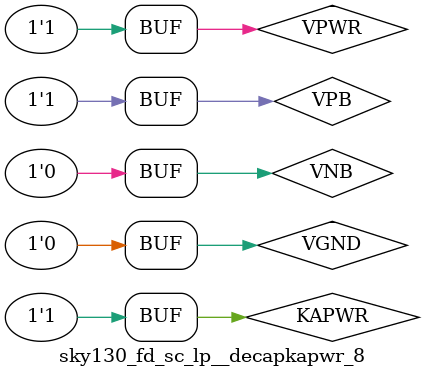
<source format=v>
/*
 * Copyright 2020 The SkyWater PDK Authors
 *
 * Licensed under the Apache License, Version 2.0 (the "License");
 * you may not use this file except in compliance with the License.
 * You may obtain a copy of the License at
 *
 *     https://www.apache.org/licenses/LICENSE-2.0
 *
 * Unless required by applicable law or agreed to in writing, software
 * distributed under the License is distributed on an "AS IS" BASIS,
 * WITHOUT WARRANTIES OR CONDITIONS OF ANY KIND, either express or implied.
 * See the License for the specific language governing permissions and
 * limitations under the License.
 *
 * SPDX-License-Identifier: Apache-2.0
*/


`ifndef SKY130_FD_SC_LP__DECAPKAPWR_8_TIMING_V
`define SKY130_FD_SC_LP__DECAPKAPWR_8_TIMING_V

/**
 * decapkapwr: Decoupling capacitance filler on keep-alive rail.
 *
 * Verilog simulation timing model.
 */

`timescale 1ns / 1ps
`default_nettype none

`celldefine
module sky130_fd_sc_lp__decapkapwr_8 ();

    // Module supplies
    supply1 KAPWR;
    supply1 VPWR ;
    supply0 VGND ;
    supply1 VPB  ;
    supply0 VNB  ;
     // No contents.
endmodule
`endcelldefine

`default_nettype wire
`endif  // SKY130_FD_SC_LP__DECAPKAPWR_8_TIMING_V

</source>
